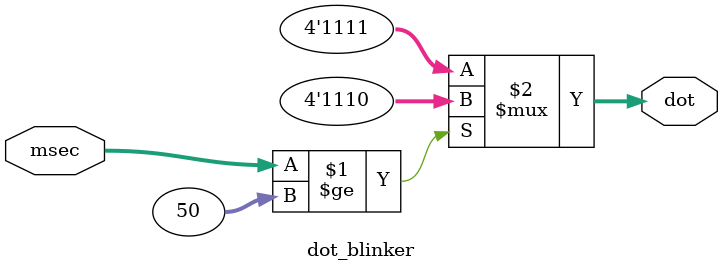
<source format=v>
`timescale 1ns / 1ps

module fnd_controller (
    input clk,
    input rst,
    input sw_mode,
    input [6:0] msec,
    input [5:0] sec,min,
    input [4:0] hour,
    output [7:0] fnd_font,
    output [3:0] fnd_comm
);
    wire [3:0] w_dot;
    wire [3:0] w_bcd, 
               w_digit_1_msec, w_digit_10_msec, 
               w_digit_1_sec, w_digit_10_sec,
               w_digit_1_min, w_digit_10_min,
               w_digit_1_hour, w_digit_10_hour;

    wire w_clk_100hz;
    wire [2:0] w_seg_sel;
    wire [3:0] w_msec_sec, w_min_hour;
    
    clk_divider U_Clk_Divider (
        .clk(clk),
        .rst(rst),
        .o_clk(w_clk_100hz)
    );



    
    counter_8 U_Counter_8 (
        .clk  (w_clk_100hz),
        .rst(rst),
        .o_sel(w_seg_sel)
    );

    decoder_3x8 U_decoder_3x8 (
        .seg_sel (w_seg_sel),
        .seg_comm(fnd_comm)
    );

    digit_splitter #(.BIT_WIDTH(7)) U_Digit_Splitter_msec (
        .bcd(msec),
        .digit_1(w_digit_1_msec),
        .digit_10(w_digit_10_msec)
    );
    
    digit_splitter #(.BIT_WIDTH(6)) U_Digit_Splitter_sec (
        .bcd(sec),
        .digit_1(w_digit_1_sec),
        .digit_10(w_digit_10_sec)
    );

    digit_splitter #(.BIT_WIDTH(6)) U_Digit_Splitter_min (
        .bcd(min),
        .digit_1(w_digit_1_min),
        .digit_10(w_digit_10_min)
    );

    digit_splitter #(.BIT_WIDTH(5)) U_Digit_Splitter_hour (
        .bcd(hour),
        .digit_1(w_digit_1_hour),
        .digit_10(w_digit_10_hour)
    );

    dot_blinker U_dot_blinker(
    .msec(msec),     
    .dot(w_dot)   
    );


    mux_8x1 U_Mux_8x1_stopwatch(
        .sel(w_seg_sel),
        .digit_0(w_digit_1_msec), // ?��?�� ?��?�� ?��?�� 4?���?
        .digit_1(w_digit_10_msec),
        .digit_2(w_digit_1_sec),
        .digit_3(w_digit_10_sec),
        .digit_4(4'hf),  // dot �? 뿌리�? ?��?�� 4?���?
        .digit_5(4'hf),
        .digit_6(w_dot),
        .digit_7(4'hf),    
        .bcd(w_msec_sec)
    );

     mux_8x1 U_Mux_8x1_clock(
        .sel(w_seg_sel),
        .digit_0(w_digit_1_min), // ?��?�� ?��?�� ?��?�� 4?���?
        .digit_1(w_digit_10_min),
        .digit_2(w_digit_1_hour),
        .digit_3(w_digit_10_hour),
        .digit_4(4'hf),  // dot �? 뿌리�? ?��?�� 4?���?
        .digit_5(4'hf),
        .digit_6(w_dot),
        .digit_7(4'hf),    
        .bcd(w_min_hour)
    );

    mux_2x1 U_mux_2x1_stopwatch_clock(
        .sw_mode(sw_mode),
        .msec_sec(w_msec_sec),
        .min_hour(w_min_hour),
        .bcd(w_bcd)
    );

    bcdtoseg U_bcdtoseg(
        .bcd(w_bcd), 
        .seg(fnd_font)
    );


endmodule


// horizental frame 
module clk_divider (
    input  clk,
    input  rst,
    output o_clk
);
    parameter FCOUNT = 100_000 ;// ?��름을 ?��?��?��?��?�� ?��?��.
    // $clog2 : ?���? ?��???��?��?�� ?��?��?�� 비트?�� 계산
    reg [$clog2(FCOUNT)-1:0] r_counter;
    reg r_clk;
    assign o_clk = r_clk;

    always @(posedge clk, posedge rst) begin
        if (rst) begin  // 
            r_counter <= 0;  // 리셋?��?��
            r_clk <= 1'b0;
        end else begin
            // clock divide 계산, 100Mhz -> 200hz
            if (r_counter == FCOUNT - 1) begin
                r_counter <= 0;
                r_clk <= 1'b1;  // r_clk : 0->1
            end else begin
                r_counter <= r_counter + 1;
                r_clk <= 1'b0;  // r_clk : 0?���? ?���?.;
            end
        end
    end

endmodule

module counter_8 (
    input        clk,
    input        rst,
    output [2:0] o_sel
);

    reg [2:0] r_counter;
    assign o_sel = r_counter;

    always @(posedge clk, posedge rst) begin
        if (rst) begin
            r_counter <= 0;
        end else begin
            r_counter <= r_counter + 1;
        end
    end


endmodule

module decoder_3x8 (
    input [2:0] seg_sel,
    output reg [3:0] seg_comm
);

    always @(seg_sel) begin
        case (seg_sel)
            3'b000:   seg_comm = 4'b1110;
            3'b001:   seg_comm = 4'b1101;
            3'b010:   seg_comm = 4'b1011;
            3'b011:   seg_comm = 4'b0111;
            3'b100:   seg_comm = 4'b1110;
            3'b101:   seg_comm = 4'b1101;
            3'b110:   seg_comm = 4'b1011;
            3'b111:   seg_comm = 4'b0111;
            default:  seg_comm = 4'b1111;
        endcase
    end

endmodule

module digit_splitter #(parameter BIT_WIDTH = 7) (
    input  [BIT_WIDTH -1:0] bcd,
    output [3:0] digit_1,
    output [3:0] digit_10
);
    assign digit_1 = bcd % 10;  // 10?�� 1?�� ?���?
    assign digit_10 = bcd / 10 % 10;  // 10?�� 10?�� ?���?
endmodule

module mux_8x1 (
    input  [2:0] sel,
    input  [3:0] digit_0,
    input  [3:0] digit_1,
    input  [3:0] digit_2,
    input  [3:0] digit_3,
    input  [3:0] digit_4,
    input  [3:0] digit_5,
    input  [3:0] digit_6,
    input  [3:0] digit_7,    
    output reg [3:0] bcd
);
   
    // * : input 모두 감시, ?��?���? 개별 ?��?�� ?��?�� ?�� ?�� ?��?��.
    // alwasys : ?��?�� 감시?��?�� @?��벤트 ?��?���? ()?�� �??���? ?��?���?, begin - end�? ?��?��?��?��.
    always @(*) begin
        case (sel)
            3'b000 : bcd = digit_0;
            3'b001 : bcd = digit_1;
            3'b010 : bcd = digit_2;
            3'b011 : bcd = digit_3;
            3'b100 : bcd = digit_4;
            3'b101 : bcd = digit_5;
            3'b110 : bcd = digit_6;
            3'b111 : bcd = digit_7;
            default: bcd = 4'hx;
        endcase
    end

endmodule

module mux_2x1(
    input sw_mode,
    input [3:0] msec_sec,
    input [3:0] min_hour,
    output reg [3:0] bcd
);
    always @(*) begin
        case(sw_mode)
            1'b0 : bcd = msec_sec; 
            1'b1 : bcd = min_hour;
            default : bcd = 4'hf;
        endcase
    end
endmodule

/*
module mux_4x1 (
    input  [1:0] sel,
    input  [3:0] digit_1,
    input  [3:0] digit_10,
    input  [3:0] digit_100,
    input  [3:0] digit_1000,
    output [3:0] bcd
);
    reg [3:0] r_bcd;
    assign bcd = r_bcd;
    // * : input 모두 감시, ?��?���? 개별 ?��?�� ?��?�� ?�� ?�� ?��?��.
    // alwasys : ?��?�� 감시?��?�� @?��벤트 ?��?���? ()?�� �??���? ?��?���?, begin - end�? ?��?��?��?��.
    always @(sel, digit_1, digit_10, digit_100, digit_1000) begin
        case (sel)
            2'b00:   r_bcd = digit_1;
            2'b01:   r_bcd = digit_10;
            2'b10:   r_bcd = digit_100;
            2'b11:   r_bcd = digit_1000;
            default: r_bcd = 4'bx;
        endcase
    end

endmodule
*/
module bcdtoseg (
    input [3:0] bcd,  // [3:0] sum �? 
    output reg [7:0] seg
);
    // always 구문 출력?���? reg type?�� �??��?�� ?��?��.
    always @(bcd) begin

        case (bcd)
            4'h0: seg = 8'hc0;
            4'h1: seg = 8'hF9;
            4'h2: seg = 8'hA4;
            4'h3: seg = 8'hB0;
            4'h4: seg = 8'h99;
            4'h5: seg = 8'h92;
            4'h6: seg = 8'h82;
            4'h7: seg = 8'hf8;
            4'h8: seg = 8'h80;
            4'h9: seg = 8'h90;
            4'hA: seg = 8'h88;
            4'hB: seg = 8'h83;
            4'hC: seg = 8'hc6;
            4'hD: seg = 8'ha1;
            4'hE: seg = 8'h7f;
            4'hF: seg = 8'hff;
            default: seg = 8'hff;
        endcase
    end
endmodule


module dot_blinker(
    input [6:0]msec,     
    output [3:0]dot  
);

    assign dot = (msec >= 50 ) ? 4'hE : 4'hF;
endmodule


</source>
